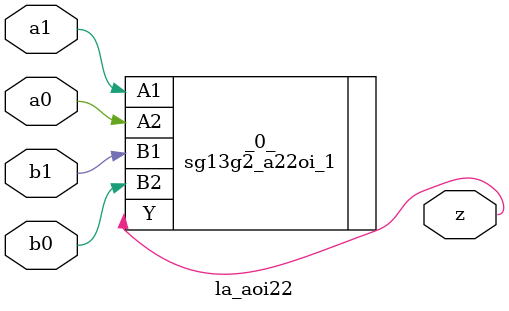
<source format=v>

/* Generated by Yosys 0.40+33 (git sha1 cd1fb8b15, g++ 11.4.0-1ubuntu1~22.04 -fPIC -Os) */

module la_aoi22(a0, a1, b0, b1, z);
  input a0;
  wire a0;
  input a1;
  wire a1;
  input b0;
  wire b0;
  input b1;
  wire b1;
  output z;
  wire z;
  sg13g2_a22oi_1 _0_ (
    .A1(a1),
    .A2(a0),
    .B1(b1),
    .B2(b0),
    .Y(z)
  );
endmodule

</source>
